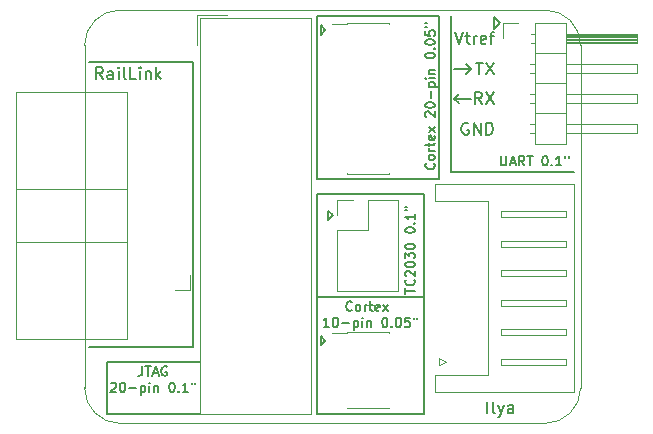
<source format=gbr>
G04 #@! TF.GenerationSoftware,KiCad,Pcbnew,5.1.4+dfsg1-1*
G04 #@! TF.CreationDate,2020-04-28T14:33:28+04:00*
G04 #@! TF.ProjectId,RailLink_Adapter,5261696c-4c69-46e6-9b5f-416461707465,rev?*
G04 #@! TF.SameCoordinates,Original*
G04 #@! TF.FileFunction,Legend,Top*
G04 #@! TF.FilePolarity,Positive*
%FSLAX46Y46*%
G04 Gerber Fmt 4.6, Leading zero omitted, Abs format (unit mm)*
G04 Created by KiCad (PCBNEW 5.1.4+dfsg1-1) date 2020-04-28 14:33:28*
%MOMM*%
%LPD*%
G04 APERTURE LIST*
%ADD10C,0.160000*%
%ADD11C,0.200000*%
%ADD12C,0.050000*%
%ADD13C,0.120000*%
%ADD14O,1.802000X1.802000*%
%ADD15R,1.802000X1.802000*%
%ADD16O,2.052000X1.802000*%
%ADD17C,0.100000*%
%ADD18C,1.802000*%
%ADD19O,1.829200X1.829200*%
%ADD20R,1.829200X1.829200*%
%ADD21R,2.502000X0.842000*%
G04 APERTURE END LIST*
D10*
X144700000Y-56600000D02*
X144700000Y-55600000D01*
X145200000Y-56100000D02*
X144700000Y-56600000D01*
X144700000Y-55600000D02*
X145200000Y-56100000D01*
X137161904Y-79014285D02*
X137161904Y-78557142D01*
X137961904Y-78785714D02*
X137161904Y-78785714D01*
X137885714Y-77833333D02*
X137923809Y-77871428D01*
X137961904Y-77985714D01*
X137961904Y-78061904D01*
X137923809Y-78176190D01*
X137847619Y-78252380D01*
X137771428Y-78290476D01*
X137619047Y-78328571D01*
X137504761Y-78328571D01*
X137352380Y-78290476D01*
X137276190Y-78252380D01*
X137200000Y-78176190D01*
X137161904Y-78061904D01*
X137161904Y-77985714D01*
X137200000Y-77871428D01*
X137238095Y-77833333D01*
X137238095Y-77528571D02*
X137200000Y-77490476D01*
X137161904Y-77414285D01*
X137161904Y-77223809D01*
X137200000Y-77147619D01*
X137238095Y-77109523D01*
X137314285Y-77071428D01*
X137390476Y-77071428D01*
X137504761Y-77109523D01*
X137961904Y-77566666D01*
X137961904Y-77071428D01*
X137161904Y-76576190D02*
X137161904Y-76500000D01*
X137200000Y-76423809D01*
X137238095Y-76385714D01*
X137314285Y-76347619D01*
X137466666Y-76309523D01*
X137657142Y-76309523D01*
X137809523Y-76347619D01*
X137885714Y-76385714D01*
X137923809Y-76423809D01*
X137961904Y-76500000D01*
X137961904Y-76576190D01*
X137923809Y-76652380D01*
X137885714Y-76690476D01*
X137809523Y-76728571D01*
X137657142Y-76766666D01*
X137466666Y-76766666D01*
X137314285Y-76728571D01*
X137238095Y-76690476D01*
X137200000Y-76652380D01*
X137161904Y-76576190D01*
X137161904Y-76042857D02*
X137161904Y-75547619D01*
X137466666Y-75814285D01*
X137466666Y-75700000D01*
X137504761Y-75623809D01*
X137542857Y-75585714D01*
X137619047Y-75547619D01*
X137809523Y-75547619D01*
X137885714Y-75585714D01*
X137923809Y-75623809D01*
X137961904Y-75700000D01*
X137961904Y-75928571D01*
X137923809Y-76004761D01*
X137885714Y-76042857D01*
X137161904Y-75052380D02*
X137161904Y-74976190D01*
X137200000Y-74900000D01*
X137238095Y-74861904D01*
X137314285Y-74823809D01*
X137466666Y-74785714D01*
X137657142Y-74785714D01*
X137809523Y-74823809D01*
X137885714Y-74861904D01*
X137923809Y-74900000D01*
X137961904Y-74976190D01*
X137961904Y-75052380D01*
X137923809Y-75128571D01*
X137885714Y-75166666D01*
X137809523Y-75204761D01*
X137657142Y-75242857D01*
X137466666Y-75242857D01*
X137314285Y-75204761D01*
X137238095Y-75166666D01*
X137200000Y-75128571D01*
X137161904Y-75052380D01*
X137161904Y-73680952D02*
X137161904Y-73604761D01*
X137200000Y-73528571D01*
X137238095Y-73490476D01*
X137314285Y-73452380D01*
X137466666Y-73414285D01*
X137657142Y-73414285D01*
X137809523Y-73452380D01*
X137885714Y-73490476D01*
X137923809Y-73528571D01*
X137961904Y-73604761D01*
X137961904Y-73680952D01*
X137923809Y-73757142D01*
X137885714Y-73795238D01*
X137809523Y-73833333D01*
X137657142Y-73871428D01*
X137466666Y-73871428D01*
X137314285Y-73833333D01*
X137238095Y-73795238D01*
X137200000Y-73757142D01*
X137161904Y-73680952D01*
X137885714Y-73071428D02*
X137923809Y-73033333D01*
X137961904Y-73071428D01*
X137923809Y-73109523D01*
X137885714Y-73071428D01*
X137961904Y-73071428D01*
X137961904Y-72271428D02*
X137961904Y-72728571D01*
X137961904Y-72500000D02*
X137161904Y-72500000D01*
X137276190Y-72576190D01*
X137352380Y-72652380D01*
X137390476Y-72728571D01*
X137161904Y-71966666D02*
X137314285Y-71966666D01*
X137161904Y-71661904D02*
X137314285Y-71661904D01*
X119200000Y-83500000D02*
X110400000Y-83500000D01*
X119200000Y-59400000D02*
X119200000Y-83500000D01*
X110400000Y-59400000D02*
X119200000Y-59400000D01*
X111900000Y-84800000D02*
X119800000Y-84800000D01*
X111900000Y-89200000D02*
X111900000Y-84800000D01*
X119800000Y-89200000D02*
X111900000Y-89200000D01*
X130000000Y-82600000D02*
X130000000Y-83400000D01*
X130400000Y-83000000D02*
X130000000Y-82600000D01*
X130000000Y-83400000D02*
X130400000Y-83000000D01*
X130600000Y-72800000D02*
X131000000Y-72400000D01*
X131000000Y-72400000D02*
X130600000Y-72000000D01*
X130600000Y-72000000D02*
X130600000Y-72800000D01*
X130400000Y-56700000D02*
X130000000Y-56300000D01*
X130000000Y-57100000D02*
X130400000Y-56700000D01*
X130000000Y-56300000D02*
X130000000Y-57100000D01*
X129700000Y-89200000D02*
X138700000Y-89200000D01*
X129700000Y-89200000D02*
X129700000Y-70600000D01*
X138700000Y-79300000D02*
X129700000Y-79300000D01*
X138700000Y-70600000D02*
X138700000Y-89200000D01*
X129700000Y-70600000D02*
X138700000Y-70600000D01*
X129700000Y-55500000D02*
X140000000Y-55500000D01*
X129700000Y-69300000D02*
X129700000Y-55500000D01*
X140000000Y-69300000D02*
X129700000Y-69300000D01*
X140000000Y-55500000D02*
X140000000Y-69300000D01*
D11*
X144104761Y-89152380D02*
X144104761Y-88152380D01*
X144723809Y-89152380D02*
X144628571Y-89104761D01*
X144580952Y-89009523D01*
X144580952Y-88152380D01*
X145009523Y-88485714D02*
X145247619Y-89152380D01*
X145485714Y-88485714D02*
X145247619Y-89152380D01*
X145152380Y-89390476D01*
X145104761Y-89438095D01*
X145009523Y-89485714D01*
X146295238Y-89152380D02*
X146295238Y-88628571D01*
X146247619Y-88533333D01*
X146152380Y-88485714D01*
X145961904Y-88485714D01*
X145866666Y-88533333D01*
X146295238Y-89104761D02*
X146200000Y-89152380D01*
X145961904Y-89152380D01*
X145866666Y-89104761D01*
X145819047Y-89009523D01*
X145819047Y-88914285D01*
X145866666Y-88819047D01*
X145961904Y-88771428D01*
X146200000Y-88771428D01*
X146295238Y-88723809D01*
X111557142Y-60852380D02*
X111223809Y-60376190D01*
X110985714Y-60852380D02*
X110985714Y-59852380D01*
X111366666Y-59852380D01*
X111461904Y-59900000D01*
X111509523Y-59947619D01*
X111557142Y-60042857D01*
X111557142Y-60185714D01*
X111509523Y-60280952D01*
X111461904Y-60328571D01*
X111366666Y-60376190D01*
X110985714Y-60376190D01*
X112414285Y-60852380D02*
X112414285Y-60328571D01*
X112366666Y-60233333D01*
X112271428Y-60185714D01*
X112080952Y-60185714D01*
X111985714Y-60233333D01*
X112414285Y-60804761D02*
X112319047Y-60852380D01*
X112080952Y-60852380D01*
X111985714Y-60804761D01*
X111938095Y-60709523D01*
X111938095Y-60614285D01*
X111985714Y-60519047D01*
X112080952Y-60471428D01*
X112319047Y-60471428D01*
X112414285Y-60423809D01*
X112890476Y-60852380D02*
X112890476Y-60185714D01*
X112890476Y-59852380D02*
X112842857Y-59900000D01*
X112890476Y-59947619D01*
X112938095Y-59900000D01*
X112890476Y-59852380D01*
X112890476Y-59947619D01*
X113509523Y-60852380D02*
X113414285Y-60804761D01*
X113366666Y-60709523D01*
X113366666Y-59852380D01*
X114366666Y-60852380D02*
X113890476Y-60852380D01*
X113890476Y-59852380D01*
X114700000Y-60852380D02*
X114700000Y-60185714D01*
X114700000Y-59852380D02*
X114652380Y-59900000D01*
X114700000Y-59947619D01*
X114747619Y-59900000D01*
X114700000Y-59852380D01*
X114700000Y-59947619D01*
X115176190Y-60185714D02*
X115176190Y-60852380D01*
X115176190Y-60280952D02*
X115223809Y-60233333D01*
X115319047Y-60185714D01*
X115461904Y-60185714D01*
X115557142Y-60233333D01*
X115604761Y-60328571D01*
X115604761Y-60852380D01*
X116080952Y-60852380D02*
X116080952Y-59852380D01*
X116176190Y-60471428D02*
X116461904Y-60852380D01*
X116461904Y-60185714D02*
X116080952Y-60566666D01*
D10*
X114866666Y-85181904D02*
X114866666Y-85753333D01*
X114828571Y-85867619D01*
X114752380Y-85943809D01*
X114638095Y-85981904D01*
X114561904Y-85981904D01*
X115133333Y-85181904D02*
X115590476Y-85181904D01*
X115361904Y-85981904D02*
X115361904Y-85181904D01*
X115819047Y-85753333D02*
X116200000Y-85753333D01*
X115742857Y-85981904D02*
X116009523Y-85181904D01*
X116276190Y-85981904D01*
X116961904Y-85220000D02*
X116885714Y-85181904D01*
X116771428Y-85181904D01*
X116657142Y-85220000D01*
X116580952Y-85296190D01*
X116542857Y-85372380D01*
X116504761Y-85524761D01*
X116504761Y-85639047D01*
X116542857Y-85791428D01*
X116580952Y-85867619D01*
X116657142Y-85943809D01*
X116771428Y-85981904D01*
X116847619Y-85981904D01*
X116961904Y-85943809D01*
X117000000Y-85905714D01*
X117000000Y-85639047D01*
X116847619Y-85639047D01*
X112219047Y-86618095D02*
X112257142Y-86580000D01*
X112333333Y-86541904D01*
X112523809Y-86541904D01*
X112600000Y-86580000D01*
X112638095Y-86618095D01*
X112676190Y-86694285D01*
X112676190Y-86770476D01*
X112638095Y-86884761D01*
X112180952Y-87341904D01*
X112676190Y-87341904D01*
X113171428Y-86541904D02*
X113247619Y-86541904D01*
X113323809Y-86580000D01*
X113361904Y-86618095D01*
X113400000Y-86694285D01*
X113438095Y-86846666D01*
X113438095Y-87037142D01*
X113400000Y-87189523D01*
X113361904Y-87265714D01*
X113323809Y-87303809D01*
X113247619Y-87341904D01*
X113171428Y-87341904D01*
X113095238Y-87303809D01*
X113057142Y-87265714D01*
X113019047Y-87189523D01*
X112980952Y-87037142D01*
X112980952Y-86846666D01*
X113019047Y-86694285D01*
X113057142Y-86618095D01*
X113095238Y-86580000D01*
X113171428Y-86541904D01*
X113780952Y-87037142D02*
X114390476Y-87037142D01*
X114771428Y-86808571D02*
X114771428Y-87608571D01*
X114771428Y-86846666D02*
X114847619Y-86808571D01*
X115000000Y-86808571D01*
X115076190Y-86846666D01*
X115114285Y-86884761D01*
X115152380Y-86960952D01*
X115152380Y-87189523D01*
X115114285Y-87265714D01*
X115076190Y-87303809D01*
X115000000Y-87341904D01*
X114847619Y-87341904D01*
X114771428Y-87303809D01*
X115495238Y-87341904D02*
X115495238Y-86808571D01*
X115495238Y-86541904D02*
X115457142Y-86580000D01*
X115495238Y-86618095D01*
X115533333Y-86580000D01*
X115495238Y-86541904D01*
X115495238Y-86618095D01*
X115876190Y-86808571D02*
X115876190Y-87341904D01*
X115876190Y-86884761D02*
X115914285Y-86846666D01*
X115990476Y-86808571D01*
X116104761Y-86808571D01*
X116180952Y-86846666D01*
X116219047Y-86922857D01*
X116219047Y-87341904D01*
X117361904Y-86541904D02*
X117438095Y-86541904D01*
X117514285Y-86580000D01*
X117552380Y-86618095D01*
X117590476Y-86694285D01*
X117628571Y-86846666D01*
X117628571Y-87037142D01*
X117590476Y-87189523D01*
X117552380Y-87265714D01*
X117514285Y-87303809D01*
X117438095Y-87341904D01*
X117361904Y-87341904D01*
X117285714Y-87303809D01*
X117247619Y-87265714D01*
X117209523Y-87189523D01*
X117171428Y-87037142D01*
X117171428Y-86846666D01*
X117209523Y-86694285D01*
X117247619Y-86618095D01*
X117285714Y-86580000D01*
X117361904Y-86541904D01*
X117971428Y-87265714D02*
X118009523Y-87303809D01*
X117971428Y-87341904D01*
X117933333Y-87303809D01*
X117971428Y-87265714D01*
X117971428Y-87341904D01*
X118771428Y-87341904D02*
X118314285Y-87341904D01*
X118542857Y-87341904D02*
X118542857Y-86541904D01*
X118466666Y-86656190D01*
X118390476Y-86732380D01*
X118314285Y-86770476D01*
X119076190Y-86541904D02*
X119076190Y-86694285D01*
X119380952Y-86541904D02*
X119380952Y-86694285D01*
X139585714Y-67976190D02*
X139623809Y-68014285D01*
X139661904Y-68128571D01*
X139661904Y-68204761D01*
X139623809Y-68319047D01*
X139547619Y-68395238D01*
X139471428Y-68433333D01*
X139319047Y-68471428D01*
X139204761Y-68471428D01*
X139052380Y-68433333D01*
X138976190Y-68395238D01*
X138900000Y-68319047D01*
X138861904Y-68204761D01*
X138861904Y-68128571D01*
X138900000Y-68014285D01*
X138938095Y-67976190D01*
X139661904Y-67519047D02*
X139623809Y-67595238D01*
X139585714Y-67633333D01*
X139509523Y-67671428D01*
X139280952Y-67671428D01*
X139204761Y-67633333D01*
X139166666Y-67595238D01*
X139128571Y-67519047D01*
X139128571Y-67404761D01*
X139166666Y-67328571D01*
X139204761Y-67290476D01*
X139280952Y-67252380D01*
X139509523Y-67252380D01*
X139585714Y-67290476D01*
X139623809Y-67328571D01*
X139661904Y-67404761D01*
X139661904Y-67519047D01*
X139661904Y-66909523D02*
X139128571Y-66909523D01*
X139280952Y-66909523D02*
X139204761Y-66871428D01*
X139166666Y-66833333D01*
X139128571Y-66757142D01*
X139128571Y-66680952D01*
X139128571Y-66528571D02*
X139128571Y-66223809D01*
X138861904Y-66414285D02*
X139547619Y-66414285D01*
X139623809Y-66376190D01*
X139661904Y-66300000D01*
X139661904Y-66223809D01*
X139623809Y-65652380D02*
X139661904Y-65728571D01*
X139661904Y-65880952D01*
X139623809Y-65957142D01*
X139547619Y-65995238D01*
X139242857Y-65995238D01*
X139166666Y-65957142D01*
X139128571Y-65880952D01*
X139128571Y-65728571D01*
X139166666Y-65652380D01*
X139242857Y-65614285D01*
X139319047Y-65614285D01*
X139395238Y-65995238D01*
X139661904Y-65347619D02*
X139128571Y-64928571D01*
X139128571Y-65347619D02*
X139661904Y-64928571D01*
X138938095Y-64052380D02*
X138900000Y-64014285D01*
X138861904Y-63938095D01*
X138861904Y-63747619D01*
X138900000Y-63671428D01*
X138938095Y-63633333D01*
X139014285Y-63595238D01*
X139090476Y-63595238D01*
X139204761Y-63633333D01*
X139661904Y-64090476D01*
X139661904Y-63595238D01*
X138861904Y-63100000D02*
X138861904Y-63023809D01*
X138900000Y-62947619D01*
X138938095Y-62909523D01*
X139014285Y-62871428D01*
X139166666Y-62833333D01*
X139357142Y-62833333D01*
X139509523Y-62871428D01*
X139585714Y-62909523D01*
X139623809Y-62947619D01*
X139661904Y-63023809D01*
X139661904Y-63100000D01*
X139623809Y-63176190D01*
X139585714Y-63214285D01*
X139509523Y-63252380D01*
X139357142Y-63290476D01*
X139166666Y-63290476D01*
X139014285Y-63252380D01*
X138938095Y-63214285D01*
X138900000Y-63176190D01*
X138861904Y-63100000D01*
X139357142Y-62490476D02*
X139357142Y-61880952D01*
X139128571Y-61500000D02*
X139928571Y-61500000D01*
X139166666Y-61500000D02*
X139128571Y-61423809D01*
X139128571Y-61271428D01*
X139166666Y-61195238D01*
X139204761Y-61157142D01*
X139280952Y-61119047D01*
X139509523Y-61119047D01*
X139585714Y-61157142D01*
X139623809Y-61195238D01*
X139661904Y-61271428D01*
X139661904Y-61423809D01*
X139623809Y-61500000D01*
X139661904Y-60776190D02*
X139128571Y-60776190D01*
X138861904Y-60776190D02*
X138900000Y-60814285D01*
X138938095Y-60776190D01*
X138900000Y-60738095D01*
X138861904Y-60776190D01*
X138938095Y-60776190D01*
X139128571Y-60395238D02*
X139661904Y-60395238D01*
X139204761Y-60395238D02*
X139166666Y-60357142D01*
X139128571Y-60280952D01*
X139128571Y-60166666D01*
X139166666Y-60090476D01*
X139242857Y-60052380D01*
X139661904Y-60052380D01*
X138861904Y-58909523D02*
X138861904Y-58833333D01*
X138900000Y-58757142D01*
X138938095Y-58719047D01*
X139014285Y-58680952D01*
X139166666Y-58642857D01*
X139357142Y-58642857D01*
X139509523Y-58680952D01*
X139585714Y-58719047D01*
X139623809Y-58757142D01*
X139661904Y-58833333D01*
X139661904Y-58909523D01*
X139623809Y-58985714D01*
X139585714Y-59023809D01*
X139509523Y-59061904D01*
X139357142Y-59100000D01*
X139166666Y-59100000D01*
X139014285Y-59061904D01*
X138938095Y-59023809D01*
X138900000Y-58985714D01*
X138861904Y-58909523D01*
X139585714Y-58300000D02*
X139623809Y-58261904D01*
X139661904Y-58300000D01*
X139623809Y-58338095D01*
X139585714Y-58300000D01*
X139661904Y-58300000D01*
X138861904Y-57766666D02*
X138861904Y-57690476D01*
X138900000Y-57614285D01*
X138938095Y-57576190D01*
X139014285Y-57538095D01*
X139166666Y-57500000D01*
X139357142Y-57500000D01*
X139509523Y-57538095D01*
X139585714Y-57576190D01*
X139623809Y-57614285D01*
X139661904Y-57690476D01*
X139661904Y-57766666D01*
X139623809Y-57842857D01*
X139585714Y-57880952D01*
X139509523Y-57919047D01*
X139357142Y-57957142D01*
X139166666Y-57957142D01*
X139014285Y-57919047D01*
X138938095Y-57880952D01*
X138900000Y-57842857D01*
X138861904Y-57766666D01*
X138861904Y-56776190D02*
X138861904Y-57157142D01*
X139242857Y-57195238D01*
X139204761Y-57157142D01*
X139166666Y-57080952D01*
X139166666Y-56890476D01*
X139204761Y-56814285D01*
X139242857Y-56776190D01*
X139319047Y-56738095D01*
X139509523Y-56738095D01*
X139585714Y-56776190D01*
X139623809Y-56814285D01*
X139661904Y-56890476D01*
X139661904Y-57080952D01*
X139623809Y-57157142D01*
X139585714Y-57195238D01*
X138861904Y-56433333D02*
X139014285Y-56433333D01*
X138861904Y-56128571D02*
X139014285Y-56128571D01*
X132638095Y-80405714D02*
X132600000Y-80443809D01*
X132485714Y-80481904D01*
X132409523Y-80481904D01*
X132295238Y-80443809D01*
X132219047Y-80367619D01*
X132180952Y-80291428D01*
X132142857Y-80139047D01*
X132142857Y-80024761D01*
X132180952Y-79872380D01*
X132219047Y-79796190D01*
X132295238Y-79720000D01*
X132409523Y-79681904D01*
X132485714Y-79681904D01*
X132600000Y-79720000D01*
X132638095Y-79758095D01*
X133095238Y-80481904D02*
X133019047Y-80443809D01*
X132980952Y-80405714D01*
X132942857Y-80329523D01*
X132942857Y-80100952D01*
X132980952Y-80024761D01*
X133019047Y-79986666D01*
X133095238Y-79948571D01*
X133209523Y-79948571D01*
X133285714Y-79986666D01*
X133323809Y-80024761D01*
X133361904Y-80100952D01*
X133361904Y-80329523D01*
X133323809Y-80405714D01*
X133285714Y-80443809D01*
X133209523Y-80481904D01*
X133095238Y-80481904D01*
X133704761Y-80481904D02*
X133704761Y-79948571D01*
X133704761Y-80100952D02*
X133742857Y-80024761D01*
X133780952Y-79986666D01*
X133857142Y-79948571D01*
X133933333Y-79948571D01*
X134085714Y-79948571D02*
X134390476Y-79948571D01*
X134200000Y-79681904D02*
X134200000Y-80367619D01*
X134238095Y-80443809D01*
X134314285Y-80481904D01*
X134390476Y-80481904D01*
X134961904Y-80443809D02*
X134885714Y-80481904D01*
X134733333Y-80481904D01*
X134657142Y-80443809D01*
X134619047Y-80367619D01*
X134619047Y-80062857D01*
X134657142Y-79986666D01*
X134733333Y-79948571D01*
X134885714Y-79948571D01*
X134961904Y-79986666D01*
X135000000Y-80062857D01*
X135000000Y-80139047D01*
X134619047Y-80215238D01*
X135266666Y-80481904D02*
X135685714Y-79948571D01*
X135266666Y-79948571D02*
X135685714Y-80481904D01*
X130695238Y-81841904D02*
X130238095Y-81841904D01*
X130466666Y-81841904D02*
X130466666Y-81041904D01*
X130390476Y-81156190D01*
X130314285Y-81232380D01*
X130238095Y-81270476D01*
X131190476Y-81041904D02*
X131266666Y-81041904D01*
X131342857Y-81080000D01*
X131380952Y-81118095D01*
X131419047Y-81194285D01*
X131457142Y-81346666D01*
X131457142Y-81537142D01*
X131419047Y-81689523D01*
X131380952Y-81765714D01*
X131342857Y-81803809D01*
X131266666Y-81841904D01*
X131190476Y-81841904D01*
X131114285Y-81803809D01*
X131076190Y-81765714D01*
X131038095Y-81689523D01*
X131000000Y-81537142D01*
X131000000Y-81346666D01*
X131038095Y-81194285D01*
X131076190Y-81118095D01*
X131114285Y-81080000D01*
X131190476Y-81041904D01*
X131800000Y-81537142D02*
X132409523Y-81537142D01*
X132790476Y-81308571D02*
X132790476Y-82108571D01*
X132790476Y-81346666D02*
X132866666Y-81308571D01*
X133019047Y-81308571D01*
X133095238Y-81346666D01*
X133133333Y-81384761D01*
X133171428Y-81460952D01*
X133171428Y-81689523D01*
X133133333Y-81765714D01*
X133095238Y-81803809D01*
X133019047Y-81841904D01*
X132866666Y-81841904D01*
X132790476Y-81803809D01*
X133514285Y-81841904D02*
X133514285Y-81308571D01*
X133514285Y-81041904D02*
X133476190Y-81080000D01*
X133514285Y-81118095D01*
X133552380Y-81080000D01*
X133514285Y-81041904D01*
X133514285Y-81118095D01*
X133895238Y-81308571D02*
X133895238Y-81841904D01*
X133895238Y-81384761D02*
X133933333Y-81346666D01*
X134009523Y-81308571D01*
X134123809Y-81308571D01*
X134200000Y-81346666D01*
X134238095Y-81422857D01*
X134238095Y-81841904D01*
X135380952Y-81041904D02*
X135457142Y-81041904D01*
X135533333Y-81080000D01*
X135571428Y-81118095D01*
X135609523Y-81194285D01*
X135647619Y-81346666D01*
X135647619Y-81537142D01*
X135609523Y-81689523D01*
X135571428Y-81765714D01*
X135533333Y-81803809D01*
X135457142Y-81841904D01*
X135380952Y-81841904D01*
X135304761Y-81803809D01*
X135266666Y-81765714D01*
X135228571Y-81689523D01*
X135190476Y-81537142D01*
X135190476Y-81346666D01*
X135228571Y-81194285D01*
X135266666Y-81118095D01*
X135304761Y-81080000D01*
X135380952Y-81041904D01*
X135990476Y-81765714D02*
X136028571Y-81803809D01*
X135990476Y-81841904D01*
X135952380Y-81803809D01*
X135990476Y-81765714D01*
X135990476Y-81841904D01*
X136523809Y-81041904D02*
X136600000Y-81041904D01*
X136676190Y-81080000D01*
X136714285Y-81118095D01*
X136752380Y-81194285D01*
X136790476Y-81346666D01*
X136790476Y-81537142D01*
X136752380Y-81689523D01*
X136714285Y-81765714D01*
X136676190Y-81803809D01*
X136600000Y-81841904D01*
X136523809Y-81841904D01*
X136447619Y-81803809D01*
X136409523Y-81765714D01*
X136371428Y-81689523D01*
X136333333Y-81537142D01*
X136333333Y-81346666D01*
X136371428Y-81194285D01*
X136409523Y-81118095D01*
X136447619Y-81080000D01*
X136523809Y-81041904D01*
X137514285Y-81041904D02*
X137133333Y-81041904D01*
X137095238Y-81422857D01*
X137133333Y-81384761D01*
X137209523Y-81346666D01*
X137400000Y-81346666D01*
X137476190Y-81384761D01*
X137514285Y-81422857D01*
X137552380Y-81499047D01*
X137552380Y-81689523D01*
X137514285Y-81765714D01*
X137476190Y-81803809D01*
X137400000Y-81841904D01*
X137209523Y-81841904D01*
X137133333Y-81803809D01*
X137095238Y-81765714D01*
X137857142Y-81041904D02*
X137857142Y-81194285D01*
X138161904Y-81041904D02*
X138161904Y-81194285D01*
X142700000Y-62500000D02*
X141300000Y-62500000D01*
X141300000Y-62500000D02*
X141700000Y-62100000D01*
X141300000Y-62500000D02*
X141700000Y-62900000D01*
X142700000Y-60000000D02*
X142300000Y-60400000D01*
X142700000Y-60000000D02*
X142300000Y-59600000D01*
X141300000Y-60000000D02*
X142700000Y-60000000D01*
X141000000Y-68700000D02*
X151400000Y-68700000D01*
X141000000Y-55500000D02*
X141000000Y-68700000D01*
X145261904Y-67361904D02*
X145261904Y-68009523D01*
X145300000Y-68085714D01*
X145338095Y-68123809D01*
X145414285Y-68161904D01*
X145566666Y-68161904D01*
X145642857Y-68123809D01*
X145680952Y-68085714D01*
X145719047Y-68009523D01*
X145719047Y-67361904D01*
X146061904Y-67933333D02*
X146442857Y-67933333D01*
X145985714Y-68161904D02*
X146252380Y-67361904D01*
X146519047Y-68161904D01*
X147242857Y-68161904D02*
X146976190Y-67780952D01*
X146785714Y-68161904D02*
X146785714Y-67361904D01*
X147090476Y-67361904D01*
X147166666Y-67400000D01*
X147204761Y-67438095D01*
X147242857Y-67514285D01*
X147242857Y-67628571D01*
X147204761Y-67704761D01*
X147166666Y-67742857D01*
X147090476Y-67780952D01*
X146785714Y-67780952D01*
X147471428Y-67361904D02*
X147928571Y-67361904D01*
X147700000Y-68161904D02*
X147700000Y-67361904D01*
X148957142Y-67361904D02*
X149033333Y-67361904D01*
X149109523Y-67400000D01*
X149147619Y-67438095D01*
X149185714Y-67514285D01*
X149223809Y-67666666D01*
X149223809Y-67857142D01*
X149185714Y-68009523D01*
X149147619Y-68085714D01*
X149109523Y-68123809D01*
X149033333Y-68161904D01*
X148957142Y-68161904D01*
X148880952Y-68123809D01*
X148842857Y-68085714D01*
X148804761Y-68009523D01*
X148766666Y-67857142D01*
X148766666Y-67666666D01*
X148804761Y-67514285D01*
X148842857Y-67438095D01*
X148880952Y-67400000D01*
X148957142Y-67361904D01*
X149566666Y-68085714D02*
X149604761Y-68123809D01*
X149566666Y-68161904D01*
X149528571Y-68123809D01*
X149566666Y-68085714D01*
X149566666Y-68161904D01*
X150366666Y-68161904D02*
X149909523Y-68161904D01*
X150138095Y-68161904D02*
X150138095Y-67361904D01*
X150061904Y-67476190D01*
X149985714Y-67552380D01*
X149909523Y-67590476D01*
X150671428Y-67361904D02*
X150671428Y-67514285D01*
X150976190Y-67361904D02*
X150976190Y-67514285D01*
D11*
X142484285Y-64600000D02*
X142389047Y-64552380D01*
X142246190Y-64552380D01*
X142103333Y-64600000D01*
X142008095Y-64695238D01*
X141960476Y-64790476D01*
X141912857Y-64980952D01*
X141912857Y-65123809D01*
X141960476Y-65314285D01*
X142008095Y-65409523D01*
X142103333Y-65504761D01*
X142246190Y-65552380D01*
X142341428Y-65552380D01*
X142484285Y-65504761D01*
X142531904Y-65457142D01*
X142531904Y-65123809D01*
X142341428Y-65123809D01*
X142960476Y-65552380D02*
X142960476Y-64552380D01*
X143531904Y-65552380D01*
X143531904Y-64552380D01*
X144008095Y-65552380D02*
X144008095Y-64552380D01*
X144246190Y-64552380D01*
X144389047Y-64600000D01*
X144484285Y-64695238D01*
X144531904Y-64790476D01*
X144579523Y-64980952D01*
X144579523Y-65123809D01*
X144531904Y-65314285D01*
X144484285Y-65409523D01*
X144389047Y-65504761D01*
X144246190Y-65552380D01*
X144008095Y-65552380D01*
X143627142Y-62952380D02*
X143293809Y-62476190D01*
X143055714Y-62952380D02*
X143055714Y-61952380D01*
X143436666Y-61952380D01*
X143531904Y-62000000D01*
X143579523Y-62047619D01*
X143627142Y-62142857D01*
X143627142Y-62285714D01*
X143579523Y-62380952D01*
X143531904Y-62428571D01*
X143436666Y-62476190D01*
X143055714Y-62476190D01*
X143960476Y-61952380D02*
X144627142Y-62952380D01*
X144627142Y-61952380D02*
X143960476Y-62952380D01*
X143150952Y-59452380D02*
X143722380Y-59452380D01*
X143436666Y-60452380D02*
X143436666Y-59452380D01*
X143960476Y-59452380D02*
X144627142Y-60452380D01*
X144627142Y-59452380D02*
X143960476Y-60452380D01*
X141389047Y-56852380D02*
X141722380Y-57852380D01*
X142055714Y-56852380D01*
X142246190Y-57185714D02*
X142627142Y-57185714D01*
X142389047Y-56852380D02*
X142389047Y-57709523D01*
X142436666Y-57804761D01*
X142531904Y-57852380D01*
X142627142Y-57852380D01*
X142960476Y-57852380D02*
X142960476Y-57185714D01*
X142960476Y-57376190D02*
X143008095Y-57280952D01*
X143055714Y-57233333D01*
X143150952Y-57185714D01*
X143246190Y-57185714D01*
X143960476Y-57804761D02*
X143865238Y-57852380D01*
X143674761Y-57852380D01*
X143579523Y-57804761D01*
X143531904Y-57709523D01*
X143531904Y-57328571D01*
X143579523Y-57233333D01*
X143674761Y-57185714D01*
X143865238Y-57185714D01*
X143960476Y-57233333D01*
X144008095Y-57328571D01*
X144008095Y-57423809D01*
X143531904Y-57519047D01*
X144293809Y-57185714D02*
X144674761Y-57185714D01*
X144436666Y-57852380D02*
X144436666Y-56995238D01*
X144484285Y-56900000D01*
X144579523Y-56852380D01*
X144674761Y-56852380D01*
D12*
X110000000Y-58000000D02*
G75*
G02X113000000Y-55000000I3000000J0D01*
G01*
X113000000Y-90000000D02*
G75*
G02X110000000Y-87000000I0J3000000D01*
G01*
X152000000Y-87000000D02*
G75*
G02X149000000Y-90000000I-3000000J0D01*
G01*
X149000000Y-55000000D02*
G75*
G02X152000000Y-58000000I0J-3000000D01*
G01*
X110000000Y-87000000D02*
X110000000Y-58000000D01*
X149000000Y-90000000D02*
X113000000Y-90000000D01*
X152000000Y-58000000D02*
X152000000Y-87000000D01*
X113000000Y-55000000D02*
X149000000Y-55000000D01*
D13*
X131370000Y-71070000D02*
X132700000Y-71070000D01*
X131370000Y-72400000D02*
X131370000Y-71070000D01*
X133970000Y-71070000D02*
X136570000Y-71070000D01*
X133970000Y-73670000D02*
X133970000Y-71070000D01*
X131370000Y-73670000D02*
X133970000Y-73670000D01*
X136570000Y-71070000D02*
X136570000Y-78810000D01*
X131370000Y-73670000D02*
X131370000Y-78810000D01*
X131370000Y-78810000D02*
X136570000Y-78810000D01*
X140000000Y-84500000D02*
X140600000Y-84800000D01*
X140000000Y-85100000D02*
X140000000Y-84500000D01*
X140600000Y-84800000D02*
X140000000Y-85100000D01*
X145300000Y-72050000D02*
X145300000Y-72550000D01*
X150800000Y-72050000D02*
X145300000Y-72050000D01*
X150800000Y-72550000D02*
X150800000Y-72050000D01*
X145300000Y-72550000D02*
X150800000Y-72550000D01*
X145300000Y-74550000D02*
X145300000Y-75050000D01*
X150800000Y-74550000D02*
X145300000Y-74550000D01*
X150800000Y-75050000D02*
X150800000Y-74550000D01*
X145300000Y-75050000D02*
X150800000Y-75050000D01*
X145300000Y-77050000D02*
X145300000Y-77550000D01*
X150800000Y-77050000D02*
X145300000Y-77050000D01*
X150800000Y-77550000D02*
X150800000Y-77050000D01*
X145300000Y-77550000D02*
X150800000Y-77550000D01*
X145300000Y-79550000D02*
X145300000Y-80050000D01*
X150800000Y-79550000D02*
X145300000Y-79550000D01*
X150800000Y-80050000D02*
X150800000Y-79550000D01*
X145300000Y-80050000D02*
X150800000Y-80050000D01*
X145300000Y-82050000D02*
X145300000Y-82550000D01*
X150800000Y-82050000D02*
X145300000Y-82050000D01*
X150800000Y-82550000D02*
X150800000Y-82050000D01*
X145300000Y-82550000D02*
X150800000Y-82550000D01*
X145300000Y-84550000D02*
X145300000Y-85050000D01*
X150800000Y-84550000D02*
X145300000Y-84550000D01*
X150800000Y-85050000D02*
X150800000Y-84550000D01*
X145300000Y-85050000D02*
X150800000Y-85050000D01*
X144190000Y-71160000D02*
X144190000Y-78550000D01*
X139690000Y-71160000D02*
X144190000Y-71160000D01*
X139690000Y-69740000D02*
X139690000Y-71160000D01*
X151410000Y-69740000D02*
X139690000Y-69740000D01*
X151410000Y-78550000D02*
X151410000Y-69740000D01*
X144190000Y-85940000D02*
X144190000Y-78550000D01*
X139690000Y-85940000D02*
X144190000Y-85940000D01*
X139690000Y-87360000D02*
X139690000Y-85940000D01*
X151410000Y-87360000D02*
X139690000Y-87360000D01*
X151410000Y-78550000D02*
X151410000Y-87360000D01*
X145430000Y-56130000D02*
X146700000Y-56130000D01*
X145430000Y-57400000D02*
X145430000Y-56130000D01*
X147742929Y-65400000D02*
X148140000Y-65400000D01*
X147742929Y-64640000D02*
X148140000Y-64640000D01*
X156800000Y-65400000D02*
X150800000Y-65400000D01*
X156800000Y-64640000D02*
X156800000Y-65400000D01*
X150800000Y-64640000D02*
X156800000Y-64640000D01*
X148140000Y-63750000D02*
X150800000Y-63750000D01*
X147742929Y-62860000D02*
X148140000Y-62860000D01*
X147742929Y-62100000D02*
X148140000Y-62100000D01*
X156800000Y-62860000D02*
X150800000Y-62860000D01*
X156800000Y-62100000D02*
X156800000Y-62860000D01*
X150800000Y-62100000D02*
X156800000Y-62100000D01*
X148140000Y-61210000D02*
X150800000Y-61210000D01*
X147742929Y-60320000D02*
X148140000Y-60320000D01*
X147742929Y-59560000D02*
X148140000Y-59560000D01*
X156800000Y-60320000D02*
X150800000Y-60320000D01*
X156800000Y-59560000D02*
X156800000Y-60320000D01*
X150800000Y-59560000D02*
X156800000Y-59560000D01*
X148140000Y-58670000D02*
X150800000Y-58670000D01*
X147810000Y-57780000D02*
X148140000Y-57780000D01*
X147810000Y-57020000D02*
X148140000Y-57020000D01*
X150800000Y-57680000D02*
X156800000Y-57680000D01*
X150800000Y-57560000D02*
X156800000Y-57560000D01*
X150800000Y-57440000D02*
X156800000Y-57440000D01*
X150800000Y-57320000D02*
X156800000Y-57320000D01*
X150800000Y-57200000D02*
X156800000Y-57200000D01*
X150800000Y-57080000D02*
X156800000Y-57080000D01*
X156800000Y-57780000D02*
X150800000Y-57780000D01*
X156800000Y-57020000D02*
X156800000Y-57780000D01*
X150800000Y-57020000D02*
X156800000Y-57020000D01*
X150800000Y-56070000D02*
X148140000Y-56070000D01*
X150800000Y-66350000D02*
X150800000Y-56070000D01*
X148140000Y-66350000D02*
X150800000Y-66350000D01*
X148140000Y-56070000D02*
X148140000Y-66350000D01*
X119545000Y-55400000D02*
X122085000Y-55400000D01*
X119545000Y-55400000D02*
X119545000Y-57940000D01*
X119795000Y-55650000D02*
X129145000Y-55650000D01*
X119795000Y-89210000D02*
X119795000Y-55650000D01*
X129145000Y-89210000D02*
X119795000Y-89210000D01*
X129145000Y-55650000D02*
X129145000Y-89210000D01*
X135765000Y-68845000D02*
X135765000Y-68910000D01*
X132235000Y-68845000D02*
X132235000Y-68910000D01*
X135765000Y-56090000D02*
X135765000Y-56155000D01*
X132235000Y-56090000D02*
X132235000Y-56155000D01*
X130910000Y-56155000D02*
X132235000Y-56155000D01*
X132235000Y-68910000D02*
X135765000Y-68910000D01*
X132235000Y-56090000D02*
X135765000Y-56090000D01*
X135765000Y-88670000D02*
X135765000Y-88735000D01*
X132235000Y-88670000D02*
X132235000Y-88735000D01*
X135765000Y-82265000D02*
X135765000Y-82330000D01*
X132235000Y-82265000D02*
X132235000Y-82330000D01*
X130910000Y-82330000D02*
X132235000Y-82330000D01*
X132235000Y-88735000D02*
X135765000Y-88735000D01*
X132235000Y-82265000D02*
X135765000Y-82265000D01*
X113570000Y-70150000D02*
X104220000Y-70150000D01*
X113570000Y-74650000D02*
X104220000Y-74650000D01*
X113570000Y-61970000D02*
X113570000Y-82830000D01*
X113570000Y-61970000D02*
X104220000Y-61970000D01*
X113570000Y-82830000D02*
X104220000Y-82830000D01*
X104220000Y-82830000D02*
X104220000Y-61970000D01*
X117700000Y-78750000D02*
X118970000Y-78750000D01*
X118970000Y-78750000D02*
X118970000Y-77480000D01*
%LPC*%
D14*
X135240000Y-77480000D03*
X132700000Y-77480000D03*
X135240000Y-74940000D03*
X132700000Y-74940000D03*
X135240000Y-72400000D03*
D15*
X132700000Y-72400000D03*
D16*
X142100000Y-72300000D03*
X142100000Y-74800000D03*
X142100000Y-77300000D03*
X142100000Y-79800000D03*
X142100000Y-82300000D03*
D17*
G36*
X142886975Y-83900276D02*
G01*
X142912699Y-83904092D01*
X142937925Y-83910411D01*
X142962411Y-83919172D01*
X142985920Y-83930291D01*
X143008226Y-83943661D01*
X143029114Y-83959152D01*
X143048383Y-83976617D01*
X143065848Y-83995886D01*
X143081339Y-84016774D01*
X143094709Y-84039080D01*
X143105828Y-84062589D01*
X143114589Y-84087075D01*
X143120908Y-84112301D01*
X143124724Y-84138025D01*
X143126000Y-84164000D01*
X143126000Y-85436000D01*
X143124724Y-85461975D01*
X143120908Y-85487699D01*
X143114589Y-85512925D01*
X143105828Y-85537411D01*
X143094709Y-85560920D01*
X143081339Y-85583226D01*
X143065848Y-85604114D01*
X143048383Y-85623383D01*
X143029114Y-85640848D01*
X143008226Y-85656339D01*
X142985920Y-85669709D01*
X142962411Y-85680828D01*
X142937925Y-85689589D01*
X142912699Y-85695908D01*
X142886975Y-85699724D01*
X142861000Y-85701000D01*
X141339000Y-85701000D01*
X141313025Y-85699724D01*
X141287301Y-85695908D01*
X141262075Y-85689589D01*
X141237589Y-85680828D01*
X141214080Y-85669709D01*
X141191774Y-85656339D01*
X141170886Y-85640848D01*
X141151617Y-85623383D01*
X141134152Y-85604114D01*
X141118661Y-85583226D01*
X141105291Y-85560920D01*
X141094172Y-85537411D01*
X141085411Y-85512925D01*
X141079092Y-85487699D01*
X141075276Y-85461975D01*
X141074000Y-85436000D01*
X141074000Y-84164000D01*
X141075276Y-84138025D01*
X141079092Y-84112301D01*
X141085411Y-84087075D01*
X141094172Y-84062589D01*
X141105291Y-84039080D01*
X141118661Y-84016774D01*
X141134152Y-83995886D01*
X141151617Y-83976617D01*
X141170886Y-83959152D01*
X141191774Y-83943661D01*
X141214080Y-83930291D01*
X141237589Y-83919172D01*
X141262075Y-83910411D01*
X141287301Y-83904092D01*
X141313025Y-83900276D01*
X141339000Y-83899000D01*
X142861000Y-83899000D01*
X142886975Y-83900276D01*
X142886975Y-83900276D01*
G37*
D18*
X142100000Y-84800000D03*
D14*
X146700000Y-65020000D03*
X146700000Y-62480000D03*
X146700000Y-59940000D03*
D15*
X146700000Y-57400000D03*
D19*
X125740000Y-83860000D03*
X123200000Y-83860000D03*
X125740000Y-81320000D03*
X123200000Y-81320000D03*
X125740000Y-78780000D03*
X123200000Y-78780000D03*
X125740000Y-76240000D03*
X123200000Y-76240000D03*
X125740000Y-73700000D03*
X123200000Y-73700000D03*
X125740000Y-71160000D03*
X123200000Y-71160000D03*
X125740000Y-68620000D03*
X123200000Y-68620000D03*
X125740000Y-66080000D03*
X123200000Y-66080000D03*
X125740000Y-63540000D03*
X123200000Y-63540000D03*
X125740000Y-61000000D03*
D20*
X123200000Y-61000000D03*
D21*
X135950000Y-68215000D03*
X132050000Y-68215000D03*
X135950000Y-66945000D03*
X132050000Y-66945000D03*
X135950000Y-65675000D03*
X132050000Y-65675000D03*
X135950000Y-64405000D03*
X132050000Y-64405000D03*
X135950000Y-63135000D03*
X132050000Y-63135000D03*
X135950000Y-61865000D03*
X132050000Y-61865000D03*
X135950000Y-60595000D03*
X132050000Y-60595000D03*
X135950000Y-59325000D03*
X132050000Y-59325000D03*
X135950000Y-58055000D03*
X132050000Y-58055000D03*
X135950000Y-56785000D03*
X132050000Y-56785000D03*
X135950000Y-88040000D03*
X132050000Y-88040000D03*
X135950000Y-86770000D03*
X132050000Y-86770000D03*
X135950000Y-85500000D03*
X132050000Y-85500000D03*
X135950000Y-84230000D03*
X132050000Y-84230000D03*
X135950000Y-82960000D03*
X132050000Y-82960000D03*
D19*
X115160000Y-67320000D03*
X117700000Y-67320000D03*
X115160000Y-69860000D03*
X117700000Y-69860000D03*
X115160000Y-72400000D03*
X117700000Y-72400000D03*
X115160000Y-74940000D03*
X117700000Y-74940000D03*
X115160000Y-77480000D03*
D20*
X117700000Y-77480000D03*
M02*

</source>
